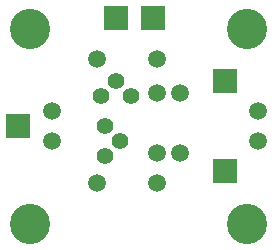
<source format=gbs>
G75*
G70*
%OFA0B0*%
%FSLAX24Y24*%
%IPPOS*%
%LPD*%
%AMOC8*
5,1,8,0,0,1.08239X$1,22.5*
%
%ADD10C,0.0556*%
%ADD11C,0.0595*%
%ADD12R,0.0789X0.0789*%
%ADD13C,0.1340*%
D10*
X003850Y004160D03*
X004350Y004660D03*
X003850Y005160D03*
X003725Y006160D03*
X004225Y006660D03*
X004725Y006160D03*
D11*
X005600Y006285D03*
X006350Y006285D03*
X005600Y007410D03*
X003600Y007410D03*
X002100Y005660D03*
X002100Y004660D03*
X003600Y003285D03*
X005600Y003285D03*
X005600Y004285D03*
X006350Y004285D03*
X008975Y004660D03*
X008975Y005660D03*
D12*
X007850Y006660D03*
X005475Y008785D03*
X004225Y008785D03*
X000975Y005160D03*
X007850Y003660D03*
D13*
X001350Y001910D03*
X001350Y008410D03*
X008600Y008410D03*
X008600Y001910D03*
M02*

</source>
